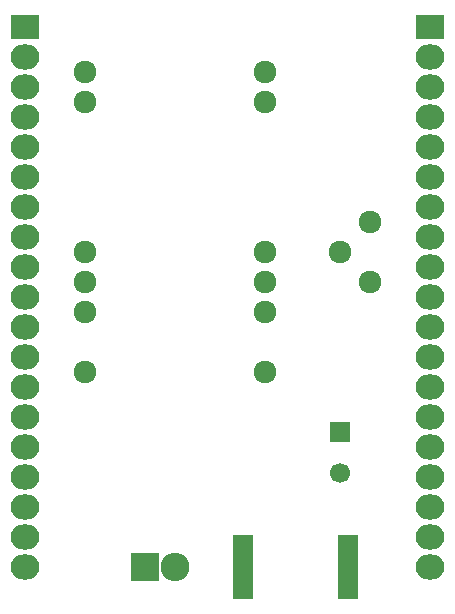
<source format=gbr>
G04 #@! TF.FileFunction,Soldermask,Bot*
%FSLAX46Y46*%
G04 Gerber Fmt 4.6, Leading zero omitted, Abs format (unit mm)*
G04 Created by KiCad (PCBNEW 4.0.3+e1-6302~38~ubuntu16.04.1-stable) date Fri Aug 26 16:59:27 2016*
%MOMM*%
%LPD*%
G01*
G04 APERTURE LIST*
%ADD10C,0.100000*%
%ADD11R,2.432000X2.432000*%
%ADD12O,2.432000X2.432000*%
%ADD13C,1.924000*%
%ADD14R,1.670000X5.480000*%
%ADD15R,2.432000X2.127200*%
%ADD16O,2.432000X2.127200*%
%ADD17C,1.700000*%
%ADD18R,1.700000X1.700000*%
G04 APERTURE END LIST*
D10*
D11*
X69850000Y-100330000D03*
D12*
X72390000Y-100330000D03*
D13*
X86360000Y-73660000D03*
X88900000Y-71120000D03*
X88900000Y-76200000D03*
X64770000Y-58420000D03*
X64770000Y-60960000D03*
X64770000Y-73660000D03*
X64770000Y-76200000D03*
X64770000Y-78740000D03*
X64770000Y-83820000D03*
X80010000Y-83820000D03*
X80010000Y-78740000D03*
X80010000Y-76200000D03*
X80010000Y-73660000D03*
X80010000Y-60960000D03*
X80010000Y-58420000D03*
D14*
X78105000Y-100330000D03*
X86995000Y-100330000D03*
D15*
X59690000Y-54610000D03*
D16*
X59690000Y-57150000D03*
X59690000Y-59690000D03*
X59690000Y-62230000D03*
X59690000Y-64770000D03*
X59690000Y-67310000D03*
X59690000Y-69850000D03*
X59690000Y-72390000D03*
X59690000Y-74930000D03*
X59690000Y-77470000D03*
X59690000Y-80010000D03*
X59690000Y-82550000D03*
X59690000Y-85090000D03*
X59690000Y-87630000D03*
X59690000Y-90170000D03*
X59690000Y-92710000D03*
X59690000Y-95250000D03*
X59690000Y-97790000D03*
X59690000Y-100330000D03*
D15*
X93980000Y-54610000D03*
D16*
X93980000Y-57150000D03*
X93980000Y-59690000D03*
X93980000Y-62230000D03*
X93980000Y-64770000D03*
X93980000Y-67310000D03*
X93980000Y-69850000D03*
X93980000Y-72390000D03*
X93980000Y-74930000D03*
X93980000Y-77470000D03*
X93980000Y-80010000D03*
X93980000Y-82550000D03*
X93980000Y-85090000D03*
X93980000Y-87630000D03*
X93980000Y-90170000D03*
X93980000Y-92710000D03*
X93980000Y-95250000D03*
X93980000Y-97790000D03*
X93980000Y-100330000D03*
D17*
X86360000Y-92400000D03*
D18*
X86360000Y-88900000D03*
M02*

</source>
